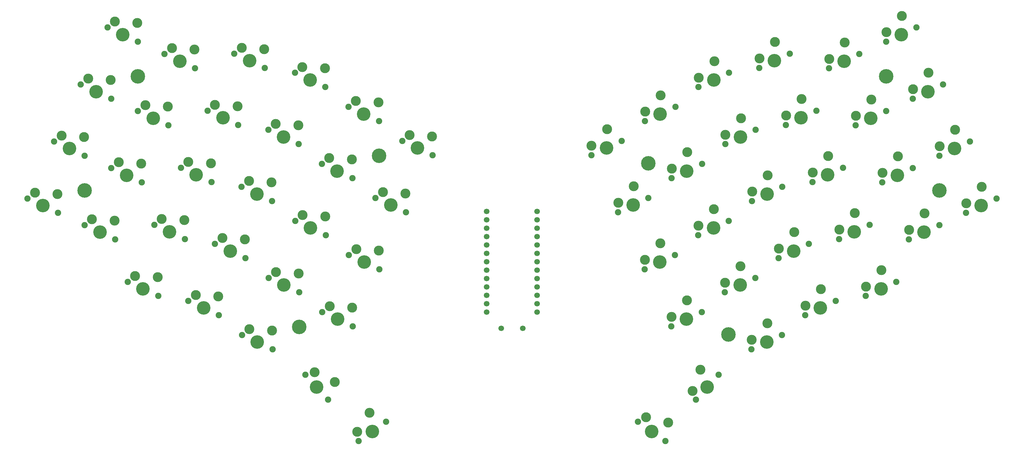
<source format=gbr>
%TF.GenerationSoftware,KiCad,Pcbnew,8.0.7*%
%TF.CreationDate,2024-12-25T21:28:18-05:00*%
%TF.ProjectId,mx,6d782e6b-6963-4616-945f-706362585858,v1.0.0*%
%TF.SameCoordinates,Original*%
%TF.FileFunction,Soldermask,Top*%
%TF.FilePolarity,Negative*%
%FSLAX46Y46*%
G04 Gerber Fmt 4.6, Leading zero omitted, Abs format (unit mm)*
G04 Created by KiCad (PCBNEW 8.0.7) date 2024-12-25 21:28:18*
%MOMM*%
%LPD*%
G01*
G04 APERTURE LIST*
%ADD10C,0.700000*%
%ADD11C,4.400000*%
%ADD12C,1.700000*%
%ADD13C,1.900000*%
%ADD14C,3.000000*%
%ADD15C,4.100000*%
G04 APERTURE END LIST*
D10*
%TO.C,_69*%
X271608388Y-177915241D03*
X271553304Y-176653589D03*
X272539466Y-178768413D03*
X272406476Y-175722511D03*
D11*
X273103797Y-177217920D03*
D10*
X273801118Y-178713329D03*
X273668128Y-175667427D03*
X274654290Y-177782251D03*
X274599206Y-176520599D03*
%TD*%
%TO.C,_68*%
X141893621Y-174254836D03*
X141838537Y-175516489D03*
X142824698Y-173401664D03*
X144086351Y-173456748D03*
D11*
X143389030Y-174952157D03*
D10*
X142691709Y-176447566D03*
X143953362Y-176502650D03*
X144939523Y-174387825D03*
X144884439Y-175649478D03*
%TD*%
D12*
%TO.C,RST1*%
X204468140Y-175345620D03*
X210968140Y-175345616D03*
%TD*%
D10*
%TO.C,_70*%
X335365181Y-134337575D03*
X335310097Y-133075923D03*
X336296259Y-135190747D03*
X336163269Y-132144845D03*
D11*
X336860590Y-133640254D03*
D10*
X337557911Y-135135663D03*
X337424921Y-132089761D03*
X338411083Y-134204585D03*
X338355999Y-132942933D03*
%TD*%
%TO.C,_65*%
X166046259Y-122459343D03*
X165991175Y-123720996D03*
X166977336Y-121606171D03*
X168238989Y-121661255D03*
D11*
X167541668Y-123156664D03*
D10*
X166844347Y-124652073D03*
X168106000Y-124707157D03*
X169092161Y-122592332D03*
X169037077Y-123853985D03*
%TD*%
%TO.C,_72*%
X247455756Y-126119755D03*
X247400672Y-124858103D03*
X248386834Y-126972927D03*
X248253844Y-123927025D03*
D11*
X248951165Y-125422434D03*
D10*
X249648486Y-126917843D03*
X249515496Y-123871941D03*
X250501658Y-125986765D03*
X250446574Y-124725113D03*
%TD*%
%TO.C,_71*%
X319263425Y-99807243D03*
X319208341Y-98545591D03*
X320194503Y-100660415D03*
X320061513Y-97614513D03*
D11*
X320758834Y-99109922D03*
D10*
X321456155Y-100605331D03*
X321323165Y-97559429D03*
X322309327Y-99674253D03*
X322254243Y-98412601D03*
%TD*%
D12*
%TO.C,MCU1*%
X215338143Y-140010617D03*
X215338145Y-142550618D03*
X215338143Y-145090618D03*
X215338144Y-147630617D03*
X215338146Y-150170618D03*
X215338145Y-152710618D03*
X215338146Y-155250618D03*
X215338144Y-157790618D03*
X215338146Y-160330619D03*
X215338146Y-162870617D03*
X215338144Y-165410618D03*
X215338145Y-167950618D03*
X215338144Y-170490618D03*
X200098147Y-170490619D03*
X200098145Y-167950618D03*
X200098147Y-165410618D03*
X200098146Y-162870619D03*
X200098144Y-160330618D03*
X200098145Y-157790618D03*
X200098144Y-155250618D03*
X200098146Y-152710618D03*
X200098144Y-150170617D03*
X200098144Y-147630619D03*
X200098146Y-145090618D03*
X200098145Y-142550618D03*
X200098146Y-140010618D03*
%TD*%
D10*
%TO.C,_67*%
X77080285Y-132942927D03*
X77025201Y-134204580D03*
X78011362Y-132089755D03*
X79273015Y-132144839D03*
D11*
X78575694Y-133640248D03*
D10*
X77878373Y-135135657D03*
X79140026Y-135190741D03*
X80126187Y-133075916D03*
X80071103Y-134337569D03*
%TD*%
%TO.C,_66*%
X93182040Y-98412602D03*
X93126956Y-99674255D03*
X94113117Y-97559430D03*
X95374770Y-97614514D03*
D11*
X94677449Y-99109923D03*
D10*
X93980128Y-100605332D03*
X95241781Y-100660416D03*
X96227942Y-98545591D03*
X96172858Y-99807244D03*
%TD*%
D13*
%TO.C,S19*%
X126126970Y-177412395D03*
D14*
X128351433Y-175647100D03*
D15*
X130731014Y-179559296D03*
D14*
X135179937Y-176028703D03*
D13*
X135335058Y-181706197D03*
%TD*%
%TO.C,S27*%
X174539100Y-118668388D03*
D14*
X176763563Y-116903093D03*
D15*
X179143144Y-120815289D03*
D14*
X183592067Y-117284696D03*
D13*
X183747188Y-122962190D03*
%TD*%
%TO.C,S35*%
X319598528Y-131180006D03*
D14*
X319676090Y-128341258D03*
D15*
X324202572Y-129033105D03*
D14*
X324357693Y-123355612D03*
D13*
X328806616Y-126886204D03*
%TD*%
%TO.C,S14*%
X109918348Y-167095750D03*
D14*
X112142811Y-165330455D03*
D15*
X114522392Y-169242651D03*
D14*
X118971315Y-165712058D03*
D13*
X119126436Y-171389552D03*
%TD*%
%TO.C,S41*%
X290478917Y-113808950D03*
D14*
X290556479Y-110970202D03*
D15*
X295082961Y-111662049D03*
D14*
X295238082Y-105984556D03*
D13*
X299687005Y-109515148D03*
%TD*%
%TO.C,S7*%
X94680545Y-109621042D03*
D14*
X96905008Y-107855747D03*
D15*
X99284589Y-111767943D03*
D14*
X103733512Y-108237350D03*
D13*
X103888633Y-113914844D03*
%TD*%
%TO.C,S39*%
X306580675Y-148339277D03*
D14*
X306658237Y-145500529D03*
D15*
X311184719Y-146192376D03*
D14*
X311339840Y-140514883D03*
D13*
X315788763Y-144045475D03*
%TD*%
%TO.C,S45*%
X280208089Y-136859222D03*
D14*
X280285651Y-134020474D03*
D15*
X284812133Y-134712321D03*
D14*
X284967254Y-129034828D03*
D13*
X289416177Y-132565420D03*
%TD*%
%TO.C,S21*%
X142228722Y-142882068D03*
D14*
X144453185Y-141116773D03*
D15*
X146832766Y-145028969D03*
D14*
X151281689Y-141498376D03*
D13*
X151436810Y-147175870D03*
%TD*%
%TO.C,S31*%
X336863693Y-123129129D03*
D14*
X336941255Y-120290381D03*
D15*
X341467737Y-120982228D03*
D14*
X341622858Y-115304735D03*
D13*
X346071781Y-118835327D03*
%TD*%
%TO.C,S11*%
X107698398Y-126780314D03*
D14*
X109922861Y-125015019D03*
D15*
X112302442Y-128927215D03*
D14*
X116751365Y-125396622D03*
D13*
X116906486Y-131074116D03*
%TD*%
%TO.C,S58*%
X245780753Y-203681934D03*
D14*
X248277958Y-202329731D03*
D15*
X249942043Y-206595702D03*
D14*
X254936458Y-203891293D03*
D13*
X254103333Y-209509470D03*
%TD*%
%TO.C,S6*%
X86629669Y-126886203D03*
D14*
X88854132Y-125120908D03*
D15*
X91233713Y-129033104D03*
D14*
X95682636Y-125502511D03*
D13*
X95837757Y-131180005D03*
%TD*%
%TO.C,S54*%
X247790854Y-157492517D03*
D14*
X247868416Y-154653769D03*
D15*
X252394898Y-155345616D03*
D14*
X252550019Y-149668123D03*
D13*
X256998942Y-153198715D03*
%TD*%
%TO.C,S12*%
X115749274Y-109515153D03*
D14*
X117973737Y-107749858D03*
D15*
X120353318Y-111662054D03*
D14*
X124802241Y-108131461D03*
D13*
X124957362Y-113808955D03*
%TD*%
%TO.C,S24*%
X150386462Y-170463879D03*
D14*
X152610925Y-168698584D03*
D15*
X154990506Y-172610780D03*
D14*
X159439429Y-169080187D03*
D13*
X159594550Y-174757681D03*
%TD*%
%TO.C,S34*%
X327649403Y-148445169D03*
D14*
X327726965Y-145606421D03*
D15*
X332253447Y-146298268D03*
D14*
X332408568Y-140620775D03*
D13*
X336857491Y-144151367D03*
%TD*%
%TO.C,S52*%
X247897716Y-112645543D03*
D14*
X247975278Y-109806795D03*
D15*
X252501760Y-110498642D03*
D14*
X252656881Y-104821149D03*
D13*
X257105804Y-108351741D03*
%TD*%
%TO.C,S49*%
X272050348Y-164441035D03*
D14*
X272127910Y-161602287D03*
D15*
X276654392Y-162294134D03*
D14*
X276809513Y-156616641D03*
D13*
X281258436Y-160147233D03*
%TD*%
%TO.C,S20*%
X134177843Y-160147231D03*
D14*
X136402306Y-158381936D03*
D15*
X138781887Y-162294132D03*
D14*
X143230810Y-158763539D03*
D13*
X143385931Y-164441033D03*
%TD*%
%TO.C,S51*%
X255948592Y-129910707D03*
D14*
X256026154Y-127071959D03*
D15*
X260552636Y-127763806D03*
D14*
X260707757Y-122086313D03*
D13*
X265156680Y-125616905D03*
%TD*%
%TO.C,S47*%
X264106333Y-102328895D03*
D14*
X264183895Y-99490147D03*
D15*
X268710377Y-100181994D03*
D14*
X268865498Y-94504501D03*
D13*
X273314421Y-98035093D03*
%TD*%
%TO.C,S53*%
X255841731Y-174757683D03*
D14*
X255919293Y-171918935D03*
D15*
X260445775Y-172610782D03*
D14*
X260600896Y-166933289D03*
D13*
X265049819Y-170463881D03*
%TD*%
%TO.C,S23*%
X158330479Y-108351743D03*
D14*
X160554942Y-106586448D03*
D15*
X162934523Y-110498644D03*
D14*
X167383446Y-106968051D03*
D13*
X167538567Y-112645545D03*
%TD*%
%TO.C,S33*%
X320761938Y-88598803D03*
D14*
X320839500Y-85760055D03*
D15*
X325365982Y-86451902D03*
D14*
X325521103Y-80774409D03*
D13*
X329970026Y-84305001D03*
%TD*%
%TO.C,S26*%
X166488218Y-135933552D03*
D14*
X168712681Y-134168257D03*
D15*
X171092262Y-138080453D03*
D14*
X175541185Y-134549860D03*
D13*
X175696306Y-140227354D03*
%TD*%
%TO.C,S15*%
X117969233Y-149830584D03*
D14*
X120193696Y-148065289D03*
D15*
X122573277Y-151977485D03*
D14*
X127022200Y-148446892D03*
D13*
X127177321Y-154124386D03*
%TD*%
%TO.C,S46*%
X272157205Y-119594061D03*
D14*
X272234767Y-116755313D03*
D15*
X276761249Y-117447160D03*
D14*
X276916370Y-111769667D03*
D13*
X281365293Y-115300259D03*
%TD*%
%TO.C,S57*%
X263329436Y-196958167D03*
D14*
X262291643Y-194314782D03*
D15*
X266728619Y-193182991D03*
D14*
X264653034Y-187896221D03*
D13*
X270127802Y-189407815D03*
%TD*%
%TO.C,S36*%
X311547645Y-113914845D03*
D14*
X311625207Y-111076097D03*
D15*
X316151689Y-111767944D03*
D14*
X316306810Y-106090451D03*
D13*
X320755733Y-109621043D03*
%TD*%
%TO.C,S3*%
X77415385Y-101570165D03*
D14*
X79639848Y-99804870D03*
D15*
X82019429Y-103717066D03*
D14*
X86468352Y-100186473D03*
D13*
X86623473Y-105863967D03*
%TD*%
%TO.C,S18*%
X142121863Y-98035097D03*
D14*
X144346326Y-96269802D03*
D15*
X146725907Y-100181998D03*
D14*
X151174830Y-96651405D03*
D13*
X151329951Y-102328899D03*
%TD*%
%TO.C,S48*%
X280101227Y-181706200D03*
D14*
X280178789Y-178867452D03*
D15*
X284705271Y-179559299D03*
D14*
X284860392Y-173881806D03*
D13*
X289309315Y-177412398D03*
%TD*%
%TO.C,S28*%
X145308479Y-189407817D03*
D14*
X148045862Y-188652018D03*
D15*
X148707662Y-193182993D03*
D14*
X154182427Y-191671397D03*
D13*
X152106845Y-196958169D03*
%TD*%
%TO.C,S42*%
X282428041Y-96543789D03*
D14*
X282505603Y-93705041D03*
D15*
X287032085Y-94396888D03*
D14*
X287187206Y-88719395D03*
D13*
X291636129Y-92249987D03*
%TD*%
%TO.C,S13*%
X123800150Y-92249986D03*
D14*
X126024613Y-90484691D03*
D15*
X128404194Y-94396887D03*
D14*
X132853117Y-90866294D03*
D13*
X133008238Y-96543788D03*
%TD*%
%TO.C,S38*%
X314631549Y-165604443D03*
D14*
X314709111Y-162765695D03*
D15*
X319235593Y-163457542D03*
D14*
X319390714Y-157780049D03*
D13*
X323839637Y-161310641D03*
%TD*%
%TO.C,S4*%
X85466261Y-84305001D03*
D14*
X87690724Y-82539706D03*
D15*
X90070305Y-86451902D03*
D14*
X94519228Y-82921309D03*
D13*
X94674349Y-88598803D03*
%TD*%
%TO.C,S8*%
X102731427Y-92355879D03*
D14*
X104955890Y-90590584D03*
D15*
X107335471Y-94502780D03*
D14*
X111784394Y-90972187D03*
D13*
X111939515Y-96649681D03*
%TD*%
%TO.C,S17*%
X134070985Y-115300259D03*
D14*
X136295448Y-113534964D03*
D15*
X138675029Y-117447160D03*
D14*
X143123952Y-113916567D03*
D13*
X143279073Y-119594061D03*
%TD*%
%TO.C,S16*%
X126020106Y-132565421D03*
D14*
X128244569Y-130800126D03*
D15*
X130624150Y-134712322D03*
D14*
X135073073Y-131181729D03*
D13*
X135228194Y-136859223D03*
%TD*%
%TO.C,S29*%
X161332947Y-209509472D03*
D14*
X160916387Y-206700385D03*
D15*
X165494240Y-206595705D03*
D14*
X164661118Y-200977528D03*
D13*
X169655533Y-203681938D03*
%TD*%
%TO.C,S5*%
X78578792Y-144151371D03*
D14*
X80803255Y-142386076D03*
D15*
X83182836Y-146298272D03*
D14*
X87631759Y-142767679D03*
D13*
X87786880Y-148445173D03*
%TD*%
%TO.C,S30*%
X344914567Y-140394292D03*
D14*
X344992129Y-137555544D03*
D15*
X349518611Y-138247391D03*
D14*
X349673732Y-132569898D03*
D13*
X354122655Y-136100490D03*
%TD*%
%TO.C,S2*%
X69364509Y-118835326D03*
D14*
X71588972Y-117070031D03*
D15*
X73968553Y-120982227D03*
D14*
X78417476Y-117451634D03*
D13*
X78572597Y-123129128D03*
%TD*%
%TO.C,S37*%
X303496771Y-96649679D03*
D14*
X303574333Y-93810931D03*
D15*
X308100815Y-94502778D03*
D14*
X308255936Y-88825285D03*
D13*
X312704859Y-92355877D03*
%TD*%
%TO.C,S44*%
X288258965Y-154124387D03*
D14*
X288336527Y-151285639D03*
D15*
X292863009Y-151977486D03*
D14*
X293018130Y-146299993D03*
D13*
X297467053Y-149830585D03*
%TD*%
%TO.C,S56*%
X231689100Y-122962192D03*
D14*
X231766662Y-120123444D03*
D15*
X236293144Y-120815291D03*
D14*
X236448265Y-115137798D03*
D13*
X240897188Y-118668390D03*
%TD*%
%TO.C,S25*%
X158437341Y-153198715D03*
D14*
X160661804Y-151433420D03*
D15*
X163041385Y-155345616D03*
D14*
X167490308Y-151815023D03*
D13*
X167645429Y-157492517D03*
%TD*%
%TO.C,S55*%
X239739973Y-140227356D03*
D14*
X239817535Y-137388608D03*
D15*
X244344017Y-138080455D03*
D14*
X244499138Y-132402962D03*
D13*
X248948061Y-135933554D03*
%TD*%
%TO.C,S10*%
X99647521Y-144045478D03*
D14*
X101871984Y-142280183D03*
D15*
X104251565Y-146192379D03*
D14*
X108700488Y-142661786D03*
D13*
X108855609Y-148339280D03*
%TD*%
%TO.C,S1*%
X61313630Y-136100491D03*
D14*
X63538093Y-134335196D03*
D15*
X65917674Y-138247392D03*
D14*
X70366597Y-134716799D03*
D13*
X70521718Y-140394293D03*
%TD*%
%TO.C,S9*%
X91596640Y-161310638D03*
D14*
X93821103Y-159545343D03*
D15*
X96200684Y-163457539D03*
D14*
X100649607Y-159926946D03*
D13*
X100804728Y-165604440D03*
%TD*%
%TO.C,S40*%
X298529797Y-131074112D03*
D14*
X298607359Y-128235364D03*
D15*
X303133841Y-128927211D03*
D14*
X303288962Y-123249718D03*
D13*
X307737885Y-126780310D03*
%TD*%
%TO.C,S50*%
X263999471Y-147175869D03*
D14*
X264077033Y-144337121D03*
D15*
X268603515Y-145028968D03*
D14*
X268758636Y-139351475D03*
D13*
X273207559Y-142882067D03*
%TD*%
%TO.C,S43*%
X296309845Y-171389549D03*
D14*
X296387407Y-168550801D03*
D15*
X300913889Y-169242648D03*
D14*
X301069010Y-163565155D03*
D13*
X305517933Y-167095747D03*
%TD*%
%TO.C,S32*%
X328812809Y-105863968D03*
D14*
X328890371Y-103025220D03*
D15*
X333416853Y-103717067D03*
D14*
X333571974Y-98039574D03*
D13*
X338020897Y-101570166D03*
%TD*%
%TO.C,S22*%
X150279600Y-125616905D03*
D14*
X152504063Y-123851610D03*
D15*
X154883644Y-127763806D03*
D14*
X159332567Y-124233213D03*
D13*
X159487688Y-129910707D03*
%TD*%
M02*

</source>
